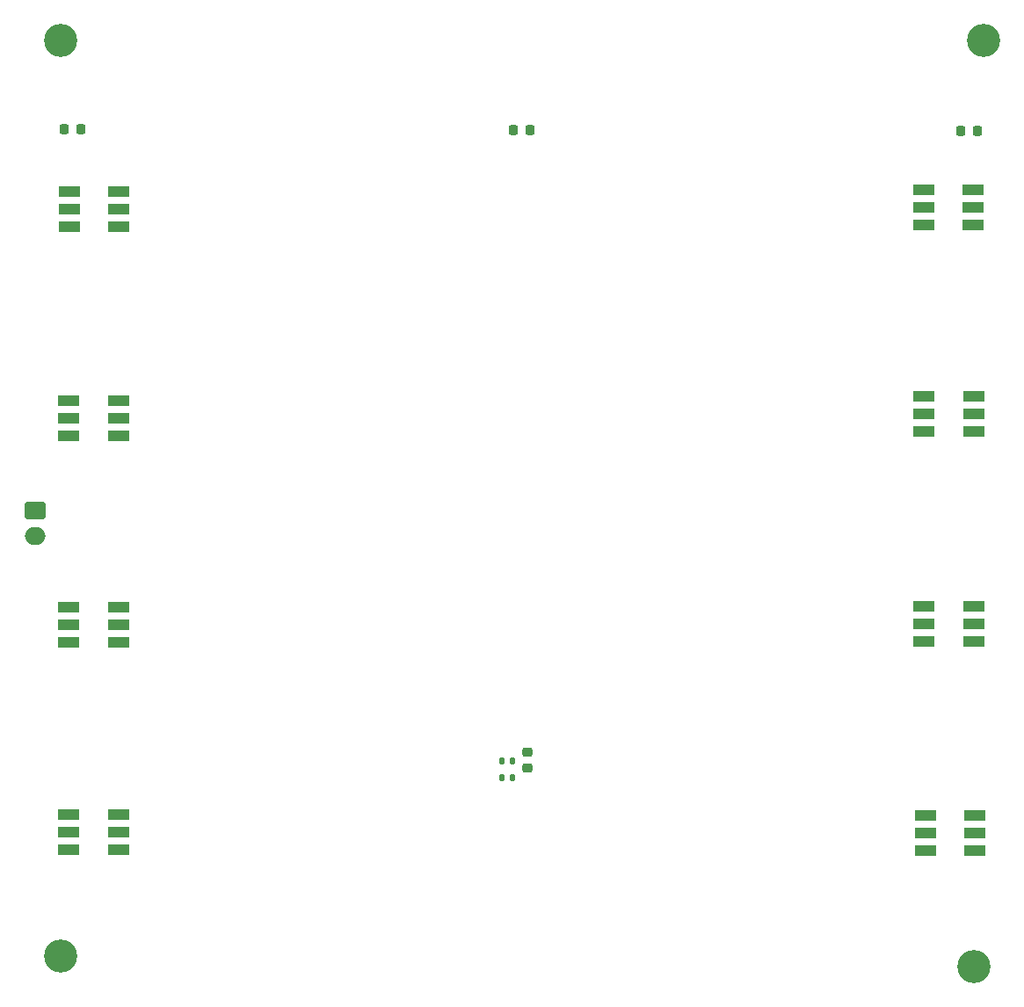
<source format=gbr>
%TF.GenerationSoftware,KiCad,Pcbnew,7.0.10-7.0.10~ubuntu22.04.1*%
%TF.CreationDate,2025-06-15T10:20:51+07:00*%
%TF.ProjectId,servermon,73657276-6572-46d6-9f6e-2e6b69636164,rev?*%
%TF.SameCoordinates,Original*%
%TF.FileFunction,Soldermask,Top*%
%TF.FilePolarity,Negative*%
%FSLAX46Y46*%
G04 Gerber Fmt 4.6, Leading zero omitted, Abs format (unit mm)*
G04 Created by KiCad (PCBNEW 7.0.10-7.0.10~ubuntu22.04.1) date 2025-06-15 10:20:51*
%MOMM*%
%LPD*%
G01*
G04 APERTURE LIST*
G04 Aperture macros list*
%AMRoundRect*
0 Rectangle with rounded corners*
0 $1 Rounding radius*
0 $2 $3 $4 $5 $6 $7 $8 $9 X,Y pos of 4 corners*
0 Add a 4 corners polygon primitive as box body*
4,1,4,$2,$3,$4,$5,$6,$7,$8,$9,$2,$3,0*
0 Add four circle primitives for the rounded corners*
1,1,$1+$1,$2,$3*
1,1,$1+$1,$4,$5*
1,1,$1+$1,$6,$7*
1,1,$1+$1,$8,$9*
0 Add four rect primitives between the rounded corners*
20,1,$1+$1,$2,$3,$4,$5,0*
20,1,$1+$1,$4,$5,$6,$7,0*
20,1,$1+$1,$6,$7,$8,$9,0*
20,1,$1+$1,$8,$9,$2,$3,0*%
G04 Aperture macros list end*
%ADD10RoundRect,0.218750X0.218750X0.256250X-0.218750X0.256250X-0.218750X-0.256250X0.218750X-0.256250X0*%
%ADD11RoundRect,0.218750X-0.218750X-0.256250X0.218750X-0.256250X0.218750X0.256250X-0.218750X0.256250X0*%
%ADD12RoundRect,0.135000X0.135000X0.185000X-0.135000X0.185000X-0.135000X-0.185000X0.135000X-0.185000X0*%
%ADD13R,2.000000X1.100000*%
%ADD14C,3.200000*%
%ADD15RoundRect,0.225000X0.250000X-0.225000X0.250000X0.225000X-0.250000X0.225000X-0.250000X-0.225000X0*%
%ADD16RoundRect,0.250000X-0.750000X0.600000X-0.750000X-0.600000X0.750000X-0.600000X0.750000X0.600000X0*%
%ADD17O,2.000000X1.700000*%
G04 APERTURE END LIST*
D10*
%TO.C,D9*%
X87274600Y-74523600D03*
X85699600Y-74523600D03*
%TD*%
D11*
%TO.C,D11*%
X172050000Y-74726800D03*
X173625000Y-74726800D03*
%TD*%
%TO.C,D10*%
X128945100Y-74625200D03*
X130520100Y-74625200D03*
%TD*%
D12*
%TO.C,R2*%
X128830800Y-137007600D03*
X127810800Y-137007600D03*
%TD*%
%TO.C,R1*%
X128830800Y-135432800D03*
X127810800Y-135432800D03*
%TD*%
D13*
%TO.C,D1*%
X86169200Y-80521600D03*
X86169200Y-82221600D03*
X86169200Y-83921600D03*
X90969200Y-83921600D03*
X90969200Y-82221600D03*
X90969200Y-80521600D03*
%TD*%
%TO.C,D7*%
X173431200Y-144068800D03*
X173431200Y-142368800D03*
X173431200Y-140668800D03*
X168631200Y-140668800D03*
X168631200Y-142368800D03*
X168631200Y-144068800D03*
%TD*%
D14*
%TO.C,H1*%
X174244000Y-65989200D03*
%TD*%
D13*
%TO.C,D5*%
X173252800Y-83792800D03*
X173252800Y-82092800D03*
X173252800Y-80392800D03*
X168452800Y-80392800D03*
X168452800Y-82092800D03*
X168452800Y-83792800D03*
%TD*%
D14*
%TO.C,H2*%
X85344000Y-154178000D03*
%TD*%
%TO.C,H3*%
X173329600Y-155194000D03*
%TD*%
D13*
%TO.C,D4*%
X86118400Y-140567200D03*
X86118400Y-142267200D03*
X86118400Y-143967200D03*
X90918400Y-143967200D03*
X90918400Y-142267200D03*
X90918400Y-140567200D03*
%TD*%
%TO.C,D3*%
X86118400Y-120602800D03*
X86118400Y-122302800D03*
X86118400Y-124002800D03*
X90918400Y-124002800D03*
X90918400Y-122302800D03*
X90918400Y-120602800D03*
%TD*%
%TO.C,D6*%
X173278800Y-103679200D03*
X173278800Y-101979200D03*
X173278800Y-100279200D03*
X168478800Y-100279200D03*
X168478800Y-101979200D03*
X168478800Y-103679200D03*
%TD*%
%TO.C,D8*%
X173303600Y-123924800D03*
X173303600Y-122224800D03*
X173303600Y-120524800D03*
X168503600Y-120524800D03*
X168503600Y-122224800D03*
X168503600Y-123924800D03*
%TD*%
%TO.C,D2*%
X86106000Y-100662000D03*
X86106000Y-102362000D03*
X86106000Y-104062000D03*
X90906000Y-104062000D03*
X90906000Y-102362000D03*
X90906000Y-100662000D03*
%TD*%
D15*
%TO.C,C1*%
X130302000Y-136093200D03*
X130302000Y-134543200D03*
%TD*%
D14*
%TO.C,H4*%
X85344000Y-65989200D03*
%TD*%
D16*
%TO.C,J1*%
X82854800Y-111241200D03*
D17*
X82854800Y-113741200D03*
%TD*%
M02*

</source>
